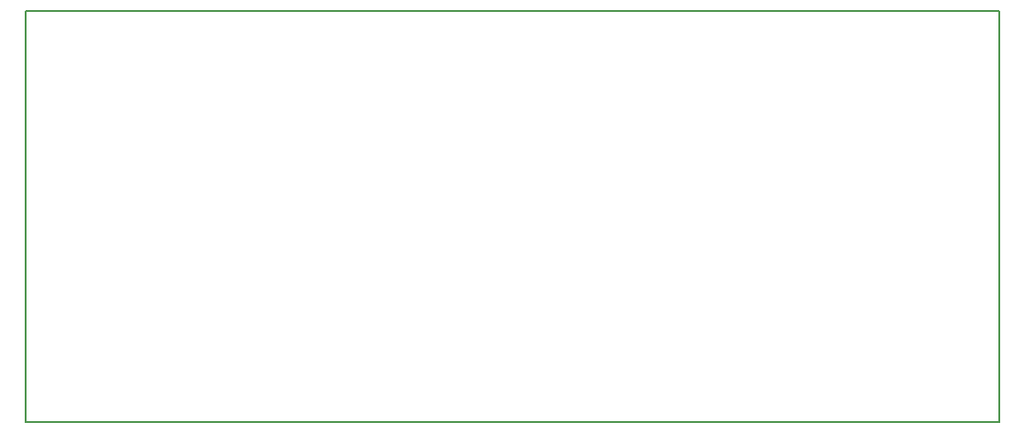
<source format=gko>
G04 #@! TF.FileFunction,Profile,NP*
%FSLAX46Y46*%
G04 Gerber Fmt 4.6, Leading zero omitted, Abs format (unit mm)*
G04 Created by KiCad (PCBNEW 4.0.2-stable) date 6/28/2016 8:29:36 AM*
%MOMM*%
G01*
G04 APERTURE LIST*
%ADD10C,0.100000*%
%ADD11C,0.150000*%
G04 APERTURE END LIST*
D10*
D11*
X80000000Y-133000000D02*
X80000000Y-95000000D01*
X170000000Y-133000000D02*
X170000000Y-95000000D01*
X170000000Y-133000000D02*
X80000000Y-133000000D01*
X170000000Y-95000000D02*
X80000000Y-95000000D01*
M02*

</source>
